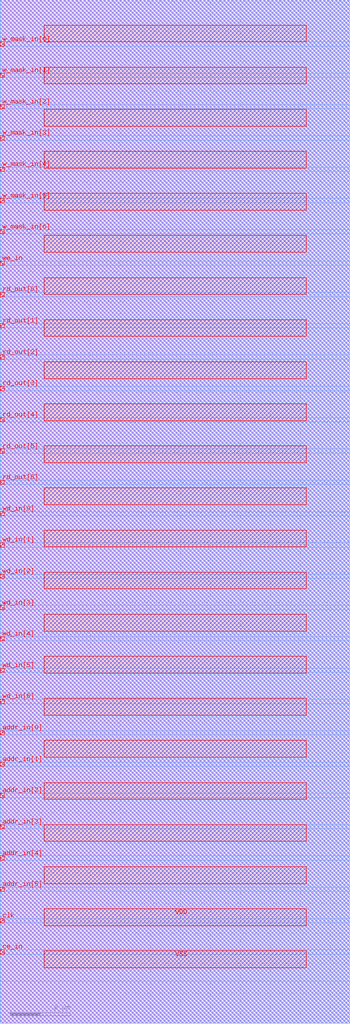
<source format=lef>
VERSION 5.7 ;
BUSBITCHARS "[]" ;
MACRO fakeram45_64x7
  FOREIGN fakeram45_64x7 0 0 ;
  SYMMETRY X Y R90 ;
  SIZE 11.661 BY 34.049 ;
  CLASS BLOCK ;
  PIN w_mask_in[0]
    DIRECTION INPUT ;
    USE SIGNAL ;
    SHAPE ABUTMENT ;
    PORT
      LAYER metal1 ;
      RECT 0.000 32.509 0.140 32.649 ;
      LAYER metal2 ;
      RECT 0.000 32.509 0.140 32.649 ;
      LAYER metal3 ;
      RECT 0.000 32.509 0.140 32.649 ;
      LAYER metal4 ;
      RECT 0.000 32.509 0.140 32.649 ;
      END
    END w_mask_in[0]
  PIN w_mask_in[1]
    DIRECTION INPUT ;
    USE SIGNAL ;
    SHAPE ABUTMENT ;
    PORT
      LAYER metal1 ;
      RECT 0.000 31.468 0.140 31.608 ;
      LAYER metal2 ;
      RECT 0.000 31.468 0.140 31.608 ;
      LAYER metal3 ;
      RECT 0.000 31.468 0.140 31.608 ;
      LAYER metal4 ;
      RECT 0.000 31.468 0.140 31.608 ;
      END
    END w_mask_in[1]
  PIN w_mask_in[2]
    DIRECTION INPUT ;
    USE SIGNAL ;
    SHAPE ABUTMENT ;
    PORT
      LAYER metal1 ;
      RECT 0.000 30.426 0.140 30.566 ;
      LAYER metal2 ;
      RECT 0.000 30.426 0.140 30.566 ;
      LAYER metal3 ;
      RECT 0.000 30.426 0.140 30.566 ;
      LAYER metal4 ;
      RECT 0.000 30.426 0.140 30.566 ;
      END
    END w_mask_in[2]
  PIN w_mask_in[3]
    DIRECTION INPUT ;
    USE SIGNAL ;
    SHAPE ABUTMENT ;
    PORT
      LAYER metal1 ;
      RECT 0.000 29.384 0.140 29.524 ;
      LAYER metal2 ;
      RECT 0.000 29.384 0.140 29.524 ;
      LAYER metal3 ;
      RECT 0.000 29.384 0.140 29.524 ;
      LAYER metal4 ;
      RECT 0.000 29.384 0.140 29.524 ;
      END
    END w_mask_in[3]
  PIN w_mask_in[4]
    DIRECTION INPUT ;
    USE SIGNAL ;
    SHAPE ABUTMENT ;
    PORT
      LAYER metal1 ;
      RECT 0.000 28.343 0.140 28.483 ;
      LAYER metal2 ;
      RECT 0.000 28.343 0.140 28.483 ;
      LAYER metal3 ;
      RECT 0.000 28.343 0.140 28.483 ;
      LAYER metal4 ;
      RECT 0.000 28.343 0.140 28.483 ;
      END
    END w_mask_in[4]
  PIN w_mask_in[5]
    DIRECTION INPUT ;
    USE SIGNAL ;
    SHAPE ABUTMENT ;
    PORT
      LAYER metal1 ;
      RECT 0.000 27.301 0.140 27.441 ;
      LAYER metal2 ;
      RECT 0.000 27.301 0.140 27.441 ;
      LAYER metal3 ;
      RECT 0.000 27.301 0.140 27.441 ;
      LAYER metal4 ;
      RECT 0.000 27.301 0.140 27.441 ;
      END
    END w_mask_in[5]
  PIN w_mask_in[6]
    DIRECTION INPUT ;
    USE SIGNAL ;
    SHAPE ABUTMENT ;
    PORT
      LAYER metal1 ;
      RECT 0.000 26.259 0.140 26.399 ;
      LAYER metal2 ;
      RECT 0.000 26.259 0.140 26.399 ;
      LAYER metal3 ;
      RECT 0.000 26.259 0.140 26.399 ;
      LAYER metal4 ;
      RECT 0.000 26.259 0.140 26.399 ;
      END
    END w_mask_in[6]
  PIN we_in
    DIRECTION INPUT ;
    USE SIGNAL ;
    SHAPE ABUTMENT ;
    PORT
      LAYER metal1 ;
      RECT 0.000 25.218 0.140 25.358 ;
      LAYER metal2 ;
      RECT 0.000 25.218 0.140 25.358 ;
      LAYER metal3 ;
      RECT 0.000 25.218 0.140 25.358 ;
      LAYER metal4 ;
      RECT 0.000 25.218 0.140 25.358 ;
      END
    END we_in
  PIN rd_out[0]
    DIRECTION OUTPUT ;
    USE SIGNAL ;
    SHAPE ABUTMENT ;
    PORT
      LAYER metal1 ;
      RECT 0.000 24.176 0.140 24.316 ;
      LAYER metal2 ;
      RECT 0.000 24.176 0.140 24.316 ;
      LAYER metal3 ;
      RECT 0.000 24.176 0.140 24.316 ;
      LAYER metal4 ;
      RECT 0.000 24.176 0.140 24.316 ;
      END
    END rd_out[0]
  PIN rd_out[1]
    DIRECTION OUTPUT ;
    USE SIGNAL ;
    SHAPE ABUTMENT ;
    PORT
      LAYER metal1 ;
      RECT 0.000 23.134 0.140 23.274 ;
      LAYER metal2 ;
      RECT 0.000 23.134 0.140 23.274 ;
      LAYER metal3 ;
      RECT 0.000 23.134 0.140 23.274 ;
      LAYER metal4 ;
      RECT 0.000 23.134 0.140 23.274 ;
      END
    END rd_out[1]
  PIN rd_out[2]
    DIRECTION OUTPUT ;
    USE SIGNAL ;
    SHAPE ABUTMENT ;
    PORT
      LAYER metal1 ;
      RECT 0.000 22.093 0.140 22.233 ;
      LAYER metal2 ;
      RECT 0.000 22.093 0.140 22.233 ;
      LAYER metal3 ;
      RECT 0.000 22.093 0.140 22.233 ;
      LAYER metal4 ;
      RECT 0.000 22.093 0.140 22.233 ;
      END
    END rd_out[2]
  PIN rd_out[3]
    DIRECTION OUTPUT ;
    USE SIGNAL ;
    SHAPE ABUTMENT ;
    PORT
      LAYER metal1 ;
      RECT 0.000 21.051 0.140 21.191 ;
      LAYER metal2 ;
      RECT 0.000 21.051 0.140 21.191 ;
      LAYER metal3 ;
      RECT 0.000 21.051 0.140 21.191 ;
      LAYER metal4 ;
      RECT 0.000 21.051 0.140 21.191 ;
      END
    END rd_out[3]
  PIN rd_out[4]
    DIRECTION OUTPUT ;
    USE SIGNAL ;
    SHAPE ABUTMENT ;
    PORT
      LAYER metal1 ;
      RECT 0.000 20.010 0.140 20.150 ;
      LAYER metal2 ;
      RECT 0.000 20.010 0.140 20.150 ;
      LAYER metal3 ;
      RECT 0.000 20.010 0.140 20.150 ;
      LAYER metal4 ;
      RECT 0.000 20.010 0.140 20.150 ;
      END
    END rd_out[4]
  PIN rd_out[5]
    DIRECTION OUTPUT ;
    USE SIGNAL ;
    SHAPE ABUTMENT ;
    PORT
      LAYER metal1 ;
      RECT 0.000 18.968 0.140 19.108 ;
      LAYER metal2 ;
      RECT 0.000 18.968 0.140 19.108 ;
      LAYER metal3 ;
      RECT 0.000 18.968 0.140 19.108 ;
      LAYER metal4 ;
      RECT 0.000 18.968 0.140 19.108 ;
      END
    END rd_out[5]
  PIN rd_out[6]
    DIRECTION OUTPUT ;
    USE SIGNAL ;
    SHAPE ABUTMENT ;
    PORT
      LAYER metal1 ;
      RECT 0.000 17.926 0.140 18.066 ;
      LAYER metal2 ;
      RECT 0.000 17.926 0.140 18.066 ;
      LAYER metal3 ;
      RECT 0.000 17.926 0.140 18.066 ;
      LAYER metal4 ;
      RECT 0.000 17.926 0.140 18.066 ;
      END
    END rd_out[6]
  PIN wd_in[0]
    DIRECTION INPUT ;
    USE SIGNAL ;
    SHAPE ABUTMENT ;
    PORT
      LAYER metal1 ;
      RECT 0.000 16.885 0.140 17.025 ;
      LAYER metal2 ;
      RECT 0.000 16.885 0.140 17.025 ;
      LAYER metal3 ;
      RECT 0.000 16.885 0.140 17.025 ;
      LAYER metal4 ;
      RECT 0.000 16.885 0.140 17.025 ;
      END
    END wd_in[0]
  PIN wd_in[1]
    DIRECTION INPUT ;
    USE SIGNAL ;
    SHAPE ABUTMENT ;
    PORT
      LAYER metal1 ;
      RECT 0.000 15.843 0.140 15.983 ;
      LAYER metal2 ;
      RECT 0.000 15.843 0.140 15.983 ;
      LAYER metal3 ;
      RECT 0.000 15.843 0.140 15.983 ;
      LAYER metal4 ;
      RECT 0.000 15.843 0.140 15.983 ;
      END
    END wd_in[1]
  PIN wd_in[2]
    DIRECTION INPUT ;
    USE SIGNAL ;
    SHAPE ABUTMENT ;
    PORT
      LAYER metal1 ;
      RECT 0.000 14.801 0.140 14.941 ;
      LAYER metal2 ;
      RECT 0.000 14.801 0.140 14.941 ;
      LAYER metal3 ;
      RECT 0.000 14.801 0.140 14.941 ;
      LAYER metal4 ;
      RECT 0.000 14.801 0.140 14.941 ;
      END
    END wd_in[2]
  PIN wd_in[3]
    DIRECTION INPUT ;
    USE SIGNAL ;
    SHAPE ABUTMENT ;
    PORT
      LAYER metal1 ;
      RECT 0.000 13.760 0.140 13.900 ;
      LAYER metal2 ;
      RECT 0.000 13.760 0.140 13.900 ;
      LAYER metal3 ;
      RECT 0.000 13.760 0.140 13.900 ;
      LAYER metal4 ;
      RECT 0.000 13.760 0.140 13.900 ;
      END
    END wd_in[3]
  PIN wd_in[4]
    DIRECTION INPUT ;
    USE SIGNAL ;
    SHAPE ABUTMENT ;
    PORT
      LAYER metal1 ;
      RECT 0.000 12.718 0.140 12.858 ;
      LAYER metal2 ;
      RECT 0.000 12.718 0.140 12.858 ;
      LAYER metal3 ;
      RECT 0.000 12.718 0.140 12.858 ;
      LAYER metal4 ;
      RECT 0.000 12.718 0.140 12.858 ;
      END
    END wd_in[4]
  PIN wd_in[5]
    DIRECTION INPUT ;
    USE SIGNAL ;
    SHAPE ABUTMENT ;
    PORT
      LAYER metal1 ;
      RECT 0.000 11.676 0.140 11.816 ;
      LAYER metal2 ;
      RECT 0.000 11.676 0.140 11.816 ;
      LAYER metal3 ;
      RECT 0.000 11.676 0.140 11.816 ;
      LAYER metal4 ;
      RECT 0.000 11.676 0.140 11.816 ;
      END
    END wd_in[5]
  PIN wd_in[6]
    DIRECTION INPUT ;
    USE SIGNAL ;
    SHAPE ABUTMENT ;
    PORT
      LAYER metal1 ;
      RECT 0.000 10.635 0.140 10.775 ;
      LAYER metal2 ;
      RECT 0.000 10.635 0.140 10.775 ;
      LAYER metal3 ;
      RECT 0.000 10.635 0.140 10.775 ;
      LAYER metal4 ;
      RECT 0.000 10.635 0.140 10.775 ;
      END
    END wd_in[6]
  PIN addr_in[0]
    DIRECTION INPUT ;
    USE SIGNAL ;
    SHAPE ABUTMENT ;
    PORT
      LAYER metal1 ;
      RECT 0.000 9.593 0.140 9.733 ;
      LAYER metal2 ;
      RECT 0.000 9.593 0.140 9.733 ;
      LAYER metal3 ;
      RECT 0.000 9.593 0.140 9.733 ;
      LAYER metal4 ;
      RECT 0.000 9.593 0.140 9.733 ;
      END
    END addr_in[0]
  PIN addr_in[1]
    DIRECTION INPUT ;
    USE SIGNAL ;
    SHAPE ABUTMENT ;
    PORT
      LAYER metal1 ;
      RECT 0.000 8.551 0.140 8.691 ;
      LAYER metal2 ;
      RECT 0.000 8.551 0.140 8.691 ;
      LAYER metal3 ;
      RECT 0.000 8.551 0.140 8.691 ;
      LAYER metal4 ;
      RECT 0.000 8.551 0.140 8.691 ;
      END
    END addr_in[1]
  PIN addr_in[2]
    DIRECTION INPUT ;
    USE SIGNAL ;
    SHAPE ABUTMENT ;
    PORT
      LAYER metal1 ;
      RECT 0.000 7.510 0.140 7.650 ;
      LAYER metal2 ;
      RECT 0.000 7.510 0.140 7.650 ;
      LAYER metal3 ;
      RECT 0.000 7.510 0.140 7.650 ;
      LAYER metal4 ;
      RECT 0.000 7.510 0.140 7.650 ;
      END
    END addr_in[2]
  PIN addr_in[3]
    DIRECTION INPUT ;
    USE SIGNAL ;
    SHAPE ABUTMENT ;
    PORT
      LAYER metal1 ;
      RECT 0.000 6.468 0.140 6.608 ;
      LAYER metal2 ;
      RECT 0.000 6.468 0.140 6.608 ;
      LAYER metal3 ;
      RECT 0.000 6.468 0.140 6.608 ;
      LAYER metal4 ;
      RECT 0.000 6.468 0.140 6.608 ;
      END
    END addr_in[3]
  PIN addr_in[4]
    DIRECTION INPUT ;
    USE SIGNAL ;
    SHAPE ABUTMENT ;
    PORT
      LAYER metal1 ;
      RECT 0.000 5.427 0.140 5.567 ;
      LAYER metal2 ;
      RECT 0.000 5.427 0.140 5.567 ;
      LAYER metal3 ;
      RECT 0.000 5.427 0.140 5.567 ;
      LAYER metal4 ;
      RECT 0.000 5.427 0.140 5.567 ;
      END
    END addr_in[4]
  PIN addr_in[5]
    DIRECTION INPUT ;
    USE SIGNAL ;
    SHAPE ABUTMENT ;
    PORT
      LAYER metal1 ;
      RECT 0.000 4.385 0.140 4.525 ;
      LAYER metal2 ;
      RECT 0.000 4.385 0.140 4.525 ;
      LAYER metal3 ;
      RECT 0.000 4.385 0.140 4.525 ;
      LAYER metal4 ;
      RECT 0.000 4.385 0.140 4.525 ;
      END
    END addr_in[5]
  PIN clk
    DIRECTION INPUT ;
    USE SIGNAL ;
    SHAPE ABUTMENT ;
    PORT
      LAYER metal1 ;
      RECT 0.000 3.343 0.140 3.483 ;
      LAYER metal2 ;
      RECT 0.000 3.343 0.140 3.483 ;
      LAYER metal3 ;
      RECT 0.000 3.343 0.140 3.483 ;
      LAYER metal4 ;
      RECT 0.000 3.343 0.140 3.483 ;
      END
    END clk
  PIN ce_in
    DIRECTION INPUT ;
    USE SIGNAL ;
    SHAPE ABUTMENT ;
    PORT
      LAYER metal1 ;
      RECT 0.000 2.302 0.140 2.442 ;
      LAYER metal2 ;
      RECT 0.000 2.302 0.140 2.442 ;
      LAYER metal3 ;
      RECT 0.000 2.302 0.140 2.442 ;
      LAYER metal4 ;
      RECT 0.000 2.302 0.140 2.442 ;
      END
    END ce_in
  PIN VSS
    DIRECTION INOUT ;
    USE GROUND ;
    PORT
      LAYER metal4 ;
      RECT 1.458 32.649 10.203 33.209 ;
      RECT 1.458 29.849 10.203 30.409 ;
      RECT 1.458 27.049 10.203 27.609 ;
      RECT 1.458 24.249 10.203 24.809 ;
      RECT 1.458 21.449 10.203 22.009 ;
      RECT 1.458 18.649 10.203 19.209 ;
      RECT 1.458 15.849 10.203 16.409 ;
      RECT 1.458 13.049 10.203 13.609 ;
      RECT 1.458 10.249 10.203 10.809 ;
      RECT 1.458 7.449 10.203 8.009 ;
      RECT 1.458 4.649 10.203 5.209 ;
      RECT 1.458 1.849 10.203 2.409 ;
      END
    END VSS
  PIN VDD
    DIRECTION INOUT ;
    USE POWER ;
    PORT
      LAYER metal4 ;
      RECT 1.458 31.249 10.203 31.809 ;
      RECT 1.458 28.449 10.203 29.009 ;
      RECT 1.458 25.649 10.203 26.209 ;
      RECT 1.458 22.849 10.203 23.409 ;
      RECT 1.458 20.049 10.203 20.609 ;
      RECT 1.458 17.249 10.203 17.809 ;
      RECT 1.458 14.449 10.203 15.009 ;
      RECT 1.458 11.649 10.203 12.209 ;
      RECT 1.458 8.849 10.203 9.409 ;
      RECT 1.458 6.049 10.203 6.609 ;
      RECT 1.458 3.249 10.203 3.809 ;
      END
    END VDD
  OBS
    LAYER metal1 ;
    RECT 0.000 34.049 11.661 32.649 ;
    RECT 0.140 32.649 11.661 32.509 ;
    RECT 0.000 32.509 11.661 31.608 ;
    RECT 0.140 31.608 11.661 31.468 ;
    RECT 0.000 31.468 11.661 30.566 ;
    RECT 0.140 30.566 11.661 30.426 ;
    RECT 0.000 30.426 11.661 29.524 ;
    RECT 0.140 29.524 11.661 29.384 ;
    RECT 0.000 29.384 11.661 28.483 ;
    RECT 0.140 28.483 11.661 28.343 ;
    RECT 0.000 28.343 11.661 27.441 ;
    RECT 0.140 27.441 11.661 27.301 ;
    RECT 0.000 27.301 11.661 26.399 ;
    RECT 0.140 26.399 11.661 26.259 ;
    RECT 0.000 26.259 11.661 25.358 ;
    RECT 0.140 25.358 11.661 25.218 ;
    RECT 0.000 25.218 11.661 24.316 ;
    RECT 0.140 24.316 11.661 24.176 ;
    RECT 0.000 24.176 11.661 23.274 ;
    RECT 0.140 23.274 11.661 23.134 ;
    RECT 0.000 23.134 11.661 22.233 ;
    RECT 0.140 22.233 11.661 22.093 ;
    RECT 0.000 22.093 11.661 21.191 ;
    RECT 0.140 21.191 11.661 21.051 ;
    RECT 0.000 21.051 11.661 20.150 ;
    RECT 0.140 20.150 11.661 20.010 ;
    RECT 0.000 20.010 11.661 19.108 ;
    RECT 0.140 19.108 11.661 18.968 ;
    RECT 0.000 18.968 11.661 18.066 ;
    RECT 0.140 18.066 11.661 17.926 ;
    RECT 0.000 17.926 11.661 17.025 ;
    RECT 0.140 17.025 11.661 16.885 ;
    RECT 0.000 16.885 11.661 15.983 ;
    RECT 0.140 15.983 11.661 15.843 ;
    RECT 0.000 15.843 11.661 14.941 ;
    RECT 0.140 14.941 11.661 14.801 ;
    RECT 0.000 14.801 11.661 13.900 ;
    RECT 0.140 13.900 11.661 13.760 ;
    RECT 0.000 13.760 11.661 12.858 ;
    RECT 0.140 12.858 11.661 12.718 ;
    RECT 0.000 12.718 11.661 11.816 ;
    RECT 0.140 11.816 11.661 11.676 ;
    RECT 0.000 11.676 11.661 10.775 ;
    RECT 0.140 10.775 11.661 10.635 ;
    RECT 0.000 10.635 11.661 9.733 ;
    RECT 0.140 9.733 11.661 9.593 ;
    RECT 0.000 9.593 11.661 8.691 ;
    RECT 0.140 8.691 11.661 8.551 ;
    RECT 0.000 8.551 11.661 7.650 ;
    RECT 0.140 7.650 11.661 7.510 ;
    RECT 0.000 7.510 11.661 6.608 ;
    RECT 0.140 6.608 11.661 6.468 ;
    RECT 0.000 6.468 11.661 5.567 ;
    RECT 0.140 5.567 11.661 5.427 ;
    RECT 0.000 5.427 11.661 4.525 ;
    RECT 0.140 4.525 11.661 4.385 ;
    RECT 0.000 4.385 11.661 3.483 ;
    RECT 0.140 3.483 11.661 3.343 ;
    RECT 0.000 3.343 11.661 2.442 ;
    RECT 0.140 2.442 11.661 2.302 ;
    RECT 0.000 2.302 11.661 1.400 ;
    RECT 0.000 1.400 11.661 0.000 ;
    LAYER metal2 ;
    RECT 0.000 34.049 11.661 32.649 ;
    RECT 0.140 32.649 11.661 32.509 ;
    RECT 0.000 32.509 11.661 31.608 ;
    RECT 0.140 31.608 11.661 31.468 ;
    RECT 0.000 31.468 11.661 30.566 ;
    RECT 0.140 30.566 11.661 30.426 ;
    RECT 0.000 30.426 11.661 29.524 ;
    RECT 0.140 29.524 11.661 29.384 ;
    RECT 0.000 29.384 11.661 28.483 ;
    RECT 0.140 28.483 11.661 28.343 ;
    RECT 0.000 28.343 11.661 27.441 ;
    RECT 0.140 27.441 11.661 27.301 ;
    RECT 0.000 27.301 11.661 26.399 ;
    RECT 0.140 26.399 11.661 26.259 ;
    RECT 0.000 26.259 11.661 25.358 ;
    RECT 0.140 25.358 11.661 25.218 ;
    RECT 0.000 25.218 11.661 24.316 ;
    RECT 0.140 24.316 11.661 24.176 ;
    RECT 0.000 24.176 11.661 23.274 ;
    RECT 0.140 23.274 11.661 23.134 ;
    RECT 0.000 23.134 11.661 22.233 ;
    RECT 0.140 22.233 11.661 22.093 ;
    RECT 0.000 22.093 11.661 21.191 ;
    RECT 0.140 21.191 11.661 21.051 ;
    RECT 0.000 21.051 11.661 20.150 ;
    RECT 0.140 20.150 11.661 20.010 ;
    RECT 0.000 20.010 11.661 19.108 ;
    RECT 0.140 19.108 11.661 18.968 ;
    RECT 0.000 18.968 11.661 18.066 ;
    RECT 0.140 18.066 11.661 17.926 ;
    RECT 0.000 17.926 11.661 17.025 ;
    RECT 0.140 17.025 11.661 16.885 ;
    RECT 0.000 16.885 11.661 15.983 ;
    RECT 0.140 15.983 11.661 15.843 ;
    RECT 0.000 15.843 11.661 14.941 ;
    RECT 0.140 14.941 11.661 14.801 ;
    RECT 0.000 14.801 11.661 13.900 ;
    RECT 0.140 13.900 11.661 13.760 ;
    RECT 0.000 13.760 11.661 12.858 ;
    RECT 0.140 12.858 11.661 12.718 ;
    RECT 0.000 12.718 11.661 11.816 ;
    RECT 0.140 11.816 11.661 11.676 ;
    RECT 0.000 11.676 11.661 10.775 ;
    RECT 0.140 10.775 11.661 10.635 ;
    RECT 0.000 10.635 11.661 9.733 ;
    RECT 0.140 9.733 11.661 9.593 ;
    RECT 0.000 9.593 11.661 8.691 ;
    RECT 0.140 8.691 11.661 8.551 ;
    RECT 0.000 8.551 11.661 7.650 ;
    RECT 0.140 7.650 11.661 7.510 ;
    RECT 0.000 7.510 11.661 6.608 ;
    RECT 0.140 6.608 11.661 6.468 ;
    RECT 0.000 6.468 11.661 5.567 ;
    RECT 0.140 5.567 11.661 5.427 ;
    RECT 0.000 5.427 11.661 4.525 ;
    RECT 0.140 4.525 11.661 4.385 ;
    RECT 0.000 4.385 11.661 3.483 ;
    RECT 0.140 3.483 11.661 3.343 ;
    RECT 0.000 3.343 11.661 2.442 ;
    RECT 0.140 2.442 11.661 2.302 ;
    RECT 0.000 2.302 11.661 1.400 ;
    RECT 0.000 1.400 11.661 0.000 ;
    LAYER metal3 ;
    RECT 0.000 34.049 11.661 32.649 ;
    RECT 0.140 32.649 11.661 32.509 ;
    RECT 0.000 32.509 11.661 31.608 ;
    RECT 0.140 31.608 11.661 31.468 ;
    RECT 0.000 31.468 11.661 30.566 ;
    RECT 0.140 30.566 11.661 30.426 ;
    RECT 0.000 30.426 11.661 29.524 ;
    RECT 0.140 29.524 11.661 29.384 ;
    RECT 0.000 29.384 11.661 28.483 ;
    RECT 0.140 28.483 11.661 28.343 ;
    RECT 0.000 28.343 11.661 27.441 ;
    RECT 0.140 27.441 11.661 27.301 ;
    RECT 0.000 27.301 11.661 26.399 ;
    RECT 0.140 26.399 11.661 26.259 ;
    RECT 0.000 26.259 11.661 25.358 ;
    RECT 0.140 25.358 11.661 25.218 ;
    RECT 0.000 25.218 11.661 24.316 ;
    RECT 0.140 24.316 11.661 24.176 ;
    RECT 0.000 24.176 11.661 23.274 ;
    RECT 0.140 23.274 11.661 23.134 ;
    RECT 0.000 23.134 11.661 22.233 ;
    RECT 0.140 22.233 11.661 22.093 ;
    RECT 0.000 22.093 11.661 21.191 ;
    RECT 0.140 21.191 11.661 21.051 ;
    RECT 0.000 21.051 11.661 20.150 ;
    RECT 0.140 20.150 11.661 20.010 ;
    RECT 0.000 20.010 11.661 19.108 ;
    RECT 0.140 19.108 11.661 18.968 ;
    RECT 0.000 18.968 11.661 18.066 ;
    RECT 0.140 18.066 11.661 17.926 ;
    RECT 0.000 17.926 11.661 17.025 ;
    RECT 0.140 17.025 11.661 16.885 ;
    RECT 0.000 16.885 11.661 15.983 ;
    RECT 0.140 15.983 11.661 15.843 ;
    RECT 0.000 15.843 11.661 14.941 ;
    RECT 0.140 14.941 11.661 14.801 ;
    RECT 0.000 14.801 11.661 13.900 ;
    RECT 0.140 13.900 11.661 13.760 ;
    RECT 0.000 13.760 11.661 12.858 ;
    RECT 0.140 12.858 11.661 12.718 ;
    RECT 0.000 12.718 11.661 11.816 ;
    RECT 0.140 11.816 11.661 11.676 ;
    RECT 0.000 11.676 11.661 10.775 ;
    RECT 0.140 10.775 11.661 10.635 ;
    RECT 0.000 10.635 11.661 9.733 ;
    RECT 0.140 9.733 11.661 9.593 ;
    RECT 0.000 9.593 11.661 8.691 ;
    RECT 0.140 8.691 11.661 8.551 ;
    RECT 0.000 8.551 11.661 7.650 ;
    RECT 0.140 7.650 11.661 7.510 ;
    RECT 0.000 7.510 11.661 6.608 ;
    RECT 0.140 6.608 11.661 6.468 ;
    RECT 0.000 6.468 11.661 5.567 ;
    RECT 0.140 5.567 11.661 5.427 ;
    RECT 0.000 5.427 11.661 4.525 ;
    RECT 0.140 4.525 11.661 4.385 ;
    RECT 0.000 4.385 11.661 3.483 ;
    RECT 0.140 3.483 11.661 3.343 ;
    RECT 0.000 3.343 11.661 2.442 ;
    RECT 0.140 2.442 11.661 2.302 ;
    RECT 0.000 2.302 11.661 1.400 ;
    RECT 0.000 1.400 11.661 0.000 ;
    LAYER OVERLAP ;
    RECT 0 0 11.661 34.049 ;
    END
  END fakeram45_64x7

END LIBRARY

</source>
